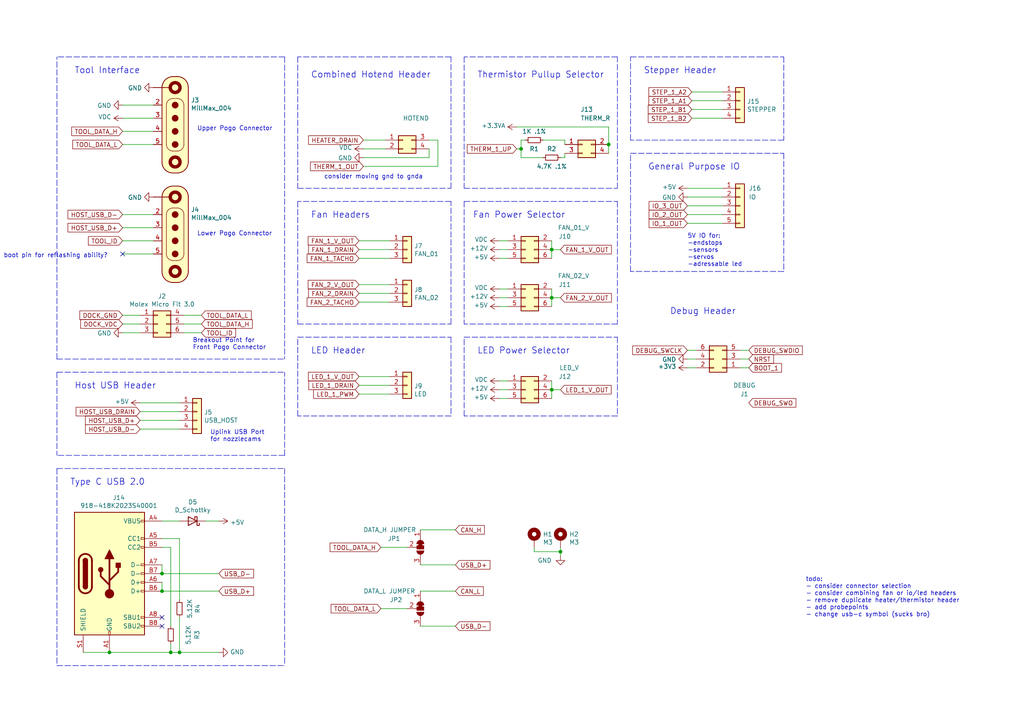
<source format=kicad_sch>
(kicad_sch (version 20231120) (generator "eeschema") (generator_version "8.0")
  (paper "A4")
  (title_block (title "Headers & Tool Interfacing") (date "2021-10-17") (rev "0.0") (company "VORTAC DESIGN") (comment 1 "!! wip untested revesion !!") (comment 2 "Designed to be used with Klipper Firmware") (comment 3 "Canbus Networked Smart Tool Board") (comment 4 "-- VORTAC PCB --"))
  (lib_symbols
    (symbol "Connector_Generic:Conn_01x03" (pin_names (offset 1.016) hide)
      (property "Reference" "J" (at 0 5.08 0))
      (property "Value" "Conn_01x03" (at 0 -5.08 0))
      (symbol "Conn_01x03_1_1"
        (rectangle (start -1.27 -2.413) (end 0 -2.667) (stroke (width 0.1524)))
        (rectangle (start -1.27 0.127) (end 0 -0.127) (stroke (width 0.1524)))
        (rectangle (start -1.27 2.667) (end 0 2.413) (stroke (width 0.1524)))
        (rectangle (start -1.27 3.81) (end 1.27 -3.81) (stroke (width 0.254)) (fill (type background)))
        (pin passive line (at -5.08 2.54 0) (length 3.81) (name "Pin_1") (number "1"))
        (pin passive line (at -5.08 0 0) (length 3.81) (name "Pin_2") (number "2"))
        (pin passive line (at -5.08 -2.54 0) (length 3.81) (name "Pin_3") (number "3"))
      )
    )
    (symbol "Connector_Generic:Conn_01x04" (pin_names (offset 1.016) hide)
      (property "Reference" "J" (at 0 5.08 0))
      (property "Value" "Conn_01x04" (at 0 -7.62 0))
      (symbol "Conn_01x04_1_1"
        (rectangle (start -1.27 -4.953) (end 0 -5.207) (stroke (width 0.1524)))
        (rectangle (start -1.27 -2.413) (end 0 -2.667) (stroke (width 0.1524)))
        (rectangle (start -1.27 0.127) (end 0 -0.127) (stroke (width 0.1524)))
        (rectangle (start -1.27 2.667) (end 0 2.413) (stroke (width 0.1524)))
        (rectangle (start -1.27 3.81) (end 1.27 -6.35) (stroke (width 0.254)) (fill (type background)))
        (pin passive line (at -5.08 2.54 0) (length 3.81) (name "Pin_1") (number "1"))
        (pin passive line (at -5.08 0 0) (length 3.81) (name "Pin_2") (number "2"))
        (pin passive line (at -5.08 -2.54 0) (length 3.81) (name "Pin_3") (number "3"))
        (pin passive line (at -5.08 -5.08 0) (length 3.81) (name "Pin_4") (number "4"))
      )
    )
    (symbol "Connector_Generic:Conn_01x05" (pin_names (offset 1.016) hide)
      (property "Reference" "J" (at 0 7.62 0))
      (property "Value" "Conn_01x05" (at 0 -7.62 0))
      (symbol "Conn_01x05_1_1"
        (rectangle (start -1.27 -4.953) (end 0 -5.207) (stroke (width 0.1524)))
        (rectangle (start -1.27 -2.413) (end 0 -2.667) (stroke (width 0.1524)))
        (rectangle (start -1.27 0.127) (end 0 -0.127) (stroke (width 0.1524)))
        (rectangle (start -1.27 2.667) (end 0 2.413) (stroke (width 0.1524)))
        (rectangle (start -1.27 5.207) (end 0 4.953) (stroke (width 0.1524)))
        (rectangle (start -1.27 6.35) (end 1.27 -6.35) (stroke (width 0.254)) (fill (type background)))
        (pin passive line (at -5.08 5.08 0) (length 3.81) (name "Pin_1") (number "1"))
        (pin passive line (at -5.08 2.54 0) (length 3.81) (name "Pin_2") (number "2"))
        (pin passive line (at -5.08 0 0) (length 3.81) (name "Pin_3") (number "3"))
        (pin passive line (at -5.08 -2.54 0) (length 3.81) (name "Pin_4") (number "4"))
        (pin passive line (at -5.08 -5.08 0) (length 3.81) (name "Pin_5") (number "5"))
      )
    )
    (symbol "Connector_Generic:Conn_02x02_Odd_Even" (pin_names (offset 1.016) hide)
      (property "Reference" "J" (at 1.27 2.54 0))
      (property "Value" "Conn_02x02_Odd_Even" (at 1.27 -5.08 0))
      (symbol "Conn_02x02_Odd_Even_1_1"
        (rectangle (start -1.27 -2.413) (end 0 -2.667) (stroke (width 0.1524)))
        (rectangle (start -1.27 0.127) (end 0 -0.127) (stroke (width 0.1524)))
        (rectangle (start -1.27 1.27) (end 3.81 -3.81) (stroke (width 0.254)) (fill (type background)))
        (rectangle (start 3.81 -2.413) (end 2.54 -2.667) (stroke (width 0.1524)))
        (rectangle (start 3.81 0.127) (end 2.54 -0.127) (stroke (width 0.1524)))
        (pin passive line (at -5.08 0 0) (length 3.81) (name "Pin_1") (number "1"))
        (pin passive line (at 7.62 0 180) (length 3.81) (name "Pin_2") (number "2"))
        (pin passive line (at -5.08 -2.54 0) (length 3.81) (name "Pin_3") (number "3"))
        (pin passive line (at 7.62 -2.54 180) (length 3.81) (name "Pin_4") (number "4"))
      )
    )
    (symbol "Connector_Generic:Conn_02x02_Top_Bottom" (pin_names (offset 1.016) hide)
      (property "Reference" "J" (at 1.27 2.54 0))
      (property "Value" "Conn_02x02_Top_Bottom" (at 1.27 -5.08 0))
      (symbol "Conn_02x02_Top_Bottom_1_1"
        (rectangle (start -1.27 -2.413) (end 0 -2.667) (stroke (width 0.1524)))
        (rectangle (start -1.27 0.127) (end 0 -0.127) (stroke (width 0.1524)))
        (rectangle (start -1.27 1.27) (end 3.81 -3.81) (stroke (width 0.254)) (fill (type background)))
        (rectangle (start 3.81 -2.413) (end 2.54 -2.667) (stroke (width 0.1524)))
        (rectangle (start 3.81 0.127) (end 2.54 -0.127) (stroke (width 0.1524)))
        (pin passive line (at -5.08 0 0) (length 3.81) (name "Pin_1") (number "1"))
        (pin passive line (at -5.08 -2.54 0) (length 3.81) (name "Pin_2") (number "2"))
        (pin passive line (at 7.62 0 180) (length 3.81) (name "Pin_3") (number "3"))
        (pin passive line (at 7.62 -2.54 180) (length 3.81) (name "Pin_4") (number "4"))
      )
    )
    (symbol "Connector_Generic:Conn_02x03_Odd_Even" (pin_names (offset 1.016) hide)
      (property "Reference" "J" (at 1.27 5.08 0))
      (property "Value" "Conn_02x03_Odd_Even" (at 1.27 -5.08 0))
      (symbol "Conn_02x03_Odd_Even_1_1"
        (rectangle (start -1.27 -2.413) (end 0 -2.667) (stroke (width 0.1524)))
        (rectangle (start -1.27 0.127) (end 0 -0.127) (stroke (width 0.1524)))
        (rectangle (start -1.27 2.667) (end 0 2.413) (stroke (width 0.1524)))
        (rectangle (start -1.27 3.81) (end 3.81 -3.81) (stroke (width 0.254)) (fill (type background)))
        (rectangle (start 3.81 -2.413) (end 2.54 -2.667) (stroke (width 0.1524)))
        (rectangle (start 3.81 0.127) (end 2.54 -0.127) (stroke (width 0.1524)))
        (rectangle (start 3.81 2.667) (end 2.54 2.413) (stroke (width 0.1524)))
        (pin passive line (at -5.08 2.54 0) (length 3.81) (name "Pin_1") (number "1"))
        (pin passive line (at 7.62 2.54 180) (length 3.81) (name "Pin_2") (number "2"))
        (pin passive line (at -5.08 0 0) (length 3.81) (name "Pin_3") (number "3"))
        (pin passive line (at 7.62 0 180) (length 3.81) (name "Pin_4") (number "4"))
        (pin passive line (at -5.08 -2.54 0) (length 3.81) (name "Pin_5") (number "5"))
        (pin passive line (at 7.62 -2.54 180) (length 3.81) (name "Pin_6") (number "6"))
      )
    )
    (symbol "Connector_Generic:Conn_02x03_Top_Bottom" (pin_names (offset 1.016) hide)
      (property "Reference" "J" (at 1.27 5.08 0))
      (property "Value" "Conn_02x03_Top_Bottom" (at 1.27 -5.08 0))
      (symbol "Conn_02x03_Top_Bottom_1_1"
        (rectangle (start -1.27 -2.413) (end 0 -2.667) (stroke (width 0.1524)))
        (rectangle (start -1.27 0.127) (end 0 -0.127) (stroke (width 0.1524)))
        (rectangle (start -1.27 2.667) (end 0 2.413) (stroke (width 0.1524)))
        (rectangle (start -1.27 3.81) (end 3.81 -3.81) (stroke (width 0.254)) (fill (type background)))
        (rectangle (start 3.81 -2.413) (end 2.54 -2.667) (stroke (width 0.1524)))
        (rectangle (start 3.81 0.127) (end 2.54 -0.127) (stroke (width 0.1524)))
        (rectangle (start 3.81 2.667) (end 2.54 2.413) (stroke (width 0.1524)))
        (pin passive line (at -5.08 2.54 0) (length 3.81) (name "Pin_1") (number "1"))
        (pin passive line (at -5.08 0 0) (length 3.81) (name "Pin_2") (number "2"))
        (pin passive line (at -5.08 -2.54 0) (length 3.81) (name "Pin_3") (number "3"))
        (pin passive line (at 7.62 2.54 180) (length 3.81) (name "Pin_4") (number "4"))
        (pin passive line (at 7.62 0 180) (length 3.81) (name "Pin_5") (number "5"))
        (pin passive line (at 7.62 -2.54 180) (length 3.81) (name "Pin_6") (number "6"))
      )
    )
    (symbol "Device:D_Schottky" (pin_numbers hide) (pin_names (offset 1.016) hide)
      (property "Reference" "D" (at 0 2.54 0))
      (property "Value" "D_Schottky" (at 0 -2.54 0))
      (symbol "D_Schottky_0_1"
        (polyline (pts (xy 1.27 0) (xy -1.27 0)))
        (polyline (pts (xy 1.27 1.27) (xy 1.27 -1.27) (xy -1.27 0) (xy 1.27 1.27)) (stroke (width 0.254)))
        (polyline (pts (xy -1.905 0.635) (xy -1.905 1.27) (xy -1.27 1.27) (xy -1.27 -1.27) (xy -0.635 -1.27) (xy -0.635 -0.635)) (stroke (width 0.254)))
      )
      (symbol "D_Schottky_1_1"
        (pin passive line (at -3.81 0 0) (length 2.54) (name "K") (number "1"))
        (pin passive line (at 3.81 0 180) (length 2.54) (name "A") (number "2"))
      )
    )
    (symbol "Device:R_Small" (pin_numbers hide) (pin_names (offset 0.254) hide)
      (property "Reference" "R" (at 0.762 0.508 0))
      (property "Value" "R_Small" (at 0.762 -1.016 0))
      (symbol "R_Small_0_1"
        (rectangle (start -0.762 1.778) (end 0.762 -1.778) (stroke (width 0.2032)))
      )
      (symbol "R_Small_1_1"
        (pin passive line (at 0 2.54 270) (length 0.762) (name "~") (number "1"))
        (pin passive line (at 0 -2.54 90) (length 0.762) (name "~") (number "2"))
      )
    )
    (symbol "Mechanical:MountingHole_Pad" (pin_numbers hide) (pin_names (offset 1.016) hide) (exclude_from_sim yes) (in_bom no)
      (property "Reference" "H" (at 0 6.35 0))
      (property "Value" "MountingHole_Pad" (at 0 4.445 0))
      (symbol "MountingHole_Pad_0_1"
        (circle (center 0 1.27) (radius 1.27) (stroke (width 1.27)))
      )
      (symbol "MountingHole_Pad_1_1"
        (pin input line (at 0 -2.54 90) (length 2.54) (name "1") (number "1"))
      )
    )
    (symbol "ToolChanger:MillMax_004" (pin_names (offset 1.016))
      (property "Reference" "J" (at 5.334 1.778 0))
      (property "Value" "MillMax_004" (at 5.334 -1.27 0))
      (symbol "MillMax_004_0_1"
        (polyline (pts (xy -3.81 -10.922) (xy -3.81 11.176) (xy -3.556 11.938) (xy -3.048 12.954) (xy -2.286 13.462) (xy -1.016 13.97) (xy 0.762 13.97) (xy 2.032 13.716) (xy 3.048 12.954) (xy 3.556 11.938) (xy 3.81 10.668) (xy 3.81 -10.922) (xy 3.556 -11.938) (xy 3.048 -12.954) (xy 2.286 -13.462) (xy 1.27 -13.97) (xy -0.762 -13.97) (xy -2.032 -13.716) (xy -2.794 -13.208) (xy -3.556 -12.192) (xy -3.81 -11.176) (xy -3.81 -10.668)) (stroke (width -0.9906)) (fill (type background)))
      )
      (symbol "MillMax_004_1_1"
        (rectangle (start -7.62 12.065) (end -6.985 26.035) (stroke (width -0.9906)))
        (arc (start -3.81 -10.795) (mid -2.8891 -13.0565) (end -0.635 -13.97) (stroke (width 0.254)))
        (arc (start -2.54 -5.715) (mid -1.982 -7.062) (end -0.635 -7.62))
        (arc (start -0.635 7.62) (mid -1.982 7.062) (end -2.54 5.715))
        (arc (start -0.635 13.97) (mid -2.871 13.0386) (end -3.81 10.795) (stroke (width 0.254)))
        (circle (center 0 -10.795) (radius 1.4224) (stroke (width 0.9906)))
        (circle (center 0 -5.715) (radius 0.889) (fill (type outline)))
        (circle (center 0 -1.905) (radius 0.889) (fill (type outline)))
        (polyline (pts (xy -3.81 -10.795) (xy -3.81 10.795)) (stroke (width 0.254)) (fill (type background)))
        (polyline (pts (xy -2.54 -5.715) (xy -2.54 5.715)))
        (polyline (pts (xy -0.635 7.62) (xy 0.635 7.62)))
        (polyline (pts (xy 0.635 -13.97) (xy -0.635 -13.97)) (stroke (width 0.254)))
        (polyline (pts (xy 0.635 -7.62) (xy -0.635 -7.62)))
        (polyline (pts (xy 0.635 13.97) (xy -0.635 13.97)) (stroke (width 0.254)))
        (polyline (pts (xy 2.54 5.715) (xy 2.54 -5.715)))
        (polyline (pts (xy 3.81 10.795) (xy 3.81 -10.795)) (stroke (width 0.254)))
        (circle (center 0 1.905) (radius 0.889) (fill (type outline)))
        (circle (center 0 5.715) (radius 0.889) (fill (type outline)))
        (circle (center 0 10.795) (radius 1.4224) (stroke (width 0.9906)))
        (arc (start 0.635 -13.97) (mid 2.871 -13.0386) (end 3.81 -10.795) (stroke (width 0.254)))
        (arc (start 0.635 -7.62) (mid 1.982 -7.062) (end 2.54 -5.715))
        (rectangle (start 0.635 10.16) (end -1.27 10.16) (stroke (width -0.9906)))
        (arc (start 2.54 5.715) (mid 1.982 7.062) (end 0.635 7.62))
        (arc (start 3.81 10.795) (mid 2.8891 13.0565) (end 0.635 13.97) (stroke (width 0.254)))
        (pin bidirectional line (at -6.35 10.795 0) (length 5.0038) (name "~") (number "1"))
        (pin bidirectional line (at -6.35 5.715 0) (length 2.54) (name "~") (number "2"))
        (pin bidirectional line (at -6.35 1.905 0) (length 2.54) (name "~") (number "3"))
        (pin bidirectional line (at -6.35 -1.905 0) (length 2.54) (name "~") (number "4"))
        (pin bidirectional line (at -6.35 -5.715 0) (length 2.54) (name "~") (number "5"))
      )
    )
    (symbol "VORTAC-rescue:+12V-power" (power) (pin_names (offset 0))
      (property "Value" "power_+12V" (at 0 3.556 0))
      (symbol "+12V-power_0_1"
        (polyline (pts (xy -0.762 1.27) (xy 0 2.54)))
        (polyline (pts (xy 0 0) (xy 0 2.54)))
        (polyline (pts (xy 0 2.54) (xy 0.762 1.27)))
      )
      (symbol "+12V-power_1_1"
        (pin power_in line (at 0 0 90) (length 0) hide (name "+12V") (number "1"))
      )
    )
    (symbol "VORTAC-rescue:+3.3V-power" (power) (pin_names (offset 0))
      (property "Value" "power_+3.3V" (at 0 3.556 0))
      (symbol "+3.3V-power_0_1"
        (polyline (pts (xy -0.762 1.27) (xy 0 2.54)))
        (polyline (pts (xy 0 0) (xy 0 2.54)))
        (polyline (pts (xy 0 2.54) (xy 0.762 1.27)))
      )
      (symbol "+3.3V-power_1_1"
        (pin power_in line (at 0 0 90) (length 0) hide (name "+3V3") (number "1"))
      )
    )
    (symbol "VORTAC-rescue:+3.3VA-power" (power) (pin_names (offset 0))
      (property "Value" "power_+3.3VA" (at 0 3.556 0))
      (symbol "+3.3VA-power_0_1"
        (polyline (pts (xy -0.762 1.27) (xy 0 2.54)))
        (polyline (pts (xy 0 0) (xy 0 2.54)))
        (polyline (pts (xy 0 2.54) (xy 0.762 1.27)))
      )
      (symbol "+3.3VA-power_1_1"
        (pin power_in line (at 0 0 90) (length 0) hide (name "+3.3VA") (number "1"))
      )
    )
    (symbol "VORTAC-rescue:+5V-power" (power) (pin_names (offset 0))
      (property "Value" "power_+5V" (at 0 3.556 0))
      (symbol "+5V-power_0_1"
        (polyline (pts (xy -0.762 1.27) (xy 0 2.54)))
        (polyline (pts (xy 0 0) (xy 0 2.54)))
        (polyline (pts (xy 0 2.54) (xy 0.762 1.27)))
      )
      (symbol "+5V-power_1_1"
        (pin power_in line (at 0 0 90) (length 0) hide (name "+5V") (number "1"))
      )
    )
    (symbol "VORTAC-rescue:GND-power" (power) (pin_names (offset 0))
      (property "Value" "power_GND" (at 0 -3.81 0))
      (symbol "GND-power_0_1"
        (polyline (pts (xy 0 0) (xy 0 -1.27) (xy 1.27 -1.27) (xy 0 -2.54) (xy -1.27 -1.27) (xy 0 -1.27)))
      )
      (symbol "GND-power_1_1"
        (pin power_in line (at 0 0 270) (length 0) hide (name "GND") (number "1"))
      )
    )
    (symbol "VORTAC-rescue:SolderJumper_3_Bridged12-Jumper" (pin_names (offset 0) hide)
      (property "Reference" "JP" (at -2.54 -2.54 0))
      (property "Value" "Jumper_SolderJumper_3_Bridged12" (at 0 2.794 0))
      (symbol "SolderJumper_3_Bridged12-Jumper_0_1"
        (rectangle (start -1.016 0.508) (end -0.508 -0.508) (fill (type outline)))
        (arc (start -1.016 1.016) (mid -2.032 0) (end -1.016 -1.016))
        (arc (start -1.016 1.016) (mid -2.032 0) (end -1.016 -1.016) (fill (type outline)))
        (rectangle (start -0.508 1.016) (end 0.508 -1.016) (fill (type outline)))
        (polyline (pts (xy -2.54 0) (xy -2.032 0)))
        (polyline (pts (xy -1.016 1.016) (xy -1.016 -1.016)))
        (polyline (pts (xy 0 -1.27) (xy 0 -1.016)))
        (polyline (pts (xy 1.016 1.016) (xy 1.016 -1.016)))
        (polyline (pts (xy 2.54 0) (xy 2.032 0)))
        (arc (start 1.016 -1.016) (mid 2.032 0) (end 1.016 1.016))
        (arc (start 1.016 -1.016) (mid 2.032 0) (end 1.016 1.016) (fill (type outline)))
      )
      (symbol "SolderJumper_3_Bridged12-Jumper_1_1"
        (pin passive line (at -5.08 0 0) (length 2.54) (name "A") (number "1"))
        (pin input line (at 0 -3.81 90) (length 2.54) (name "C") (number "2"))
        (pin passive line (at 5.08 0 180) (length 2.54) (name "B") (number "3"))
      )
    )
    (symbol "VORTAC-rescue:USB_C_Receptacle_USB2.0-Connector" (pin_names (offset 1.016))
      (property "Reference" "J" (at -10.16 19.05 0))
      (property "Value" "Connector_USB_C_Receptacle_USB2.0" (at 19.05 19.05 0))
      (symbol "USB_C_Receptacle_USB2.0-Connector_0_0"
        (rectangle (start -0.254 -17.78) (end 0.254 -16.764))
        (rectangle (start 10.16 -14.986) (end 9.144 -15.494))
        (rectangle (start 10.16 -12.446) (end 9.144 -12.954))
        (rectangle (start 10.16 -4.826) (end 9.144 -5.334))
        (rectangle (start 10.16 -2.286) (end 9.144 -2.794))
        (rectangle (start 10.16 0.254) (end 9.144 -0.254))
        (rectangle (start 10.16 2.794) (end 9.144 2.286))
        (rectangle (start 10.16 7.874) (end 9.144 7.366))
        (rectangle (start 10.16 10.414) (end 9.144 9.906))
        (rectangle (start 10.16 15.494) (end 9.144 14.986))
      )
      (symbol "USB_C_Receptacle_USB2.0-Connector_0_1"
        (rectangle (start -10.16 17.78) (end 10.16 -17.78) (stroke (width 0.254)) (fill (type background)))
        (arc (start -8.89 -3.81) (mid -6.985 -5.715) (end -5.08 -3.81) (stroke (width 0.508)))
        (arc (start -7.62 -3.81) (mid -6.985 -4.445) (end -6.35 -3.81) (stroke (width 0.254)))
        (arc (start -7.62 -3.81) (mid -6.985 -4.445) (end -6.35 -3.81) (stroke (width 0.254)) (fill (type outline)))
        (rectangle (start -7.62 -3.81) (end -6.35 3.81) (stroke (width 0.254)) (fill (type outline)))
        (arc (start -6.35 3.81) (mid -6.985 4.445) (end -7.62 3.81) (stroke (width 0.254)))
        (arc (start -6.35 3.81) (mid -6.985 4.445) (end -7.62 3.81) (stroke (width 0.254)) (fill (type outline)))
        (arc (start -5.08 3.81) (mid -6.985 5.715) (end -8.89 3.81) (stroke (width 0.508)))
        (circle (center -2.54 1.143) (radius 0.635) (stroke (width 0.254)) (fill (type outline)))
        (circle (center 0 -5.842) (radius 1.27) (fill (type outline)))
        (polyline (pts (xy -8.89 -3.81) (xy -8.89 3.81)) (stroke (width 0.508)))
        (polyline (pts (xy -5.08 3.81) (xy -5.08 -3.81)) (stroke (width 0.508)))
        (polyline (pts (xy 0 -5.842) (xy 0 4.318)) (stroke (width 0.508)))
        (polyline (pts (xy 0 -3.302) (xy -2.54 -0.762) (xy -2.54 0.508)) (stroke (width 0.508)))
        (polyline (pts (xy 0 -2.032) (xy 2.54 0.508) (xy 2.54 1.778)) (stroke (width 0.508)))
        (polyline (pts (xy -1.27 4.318) (xy 0 6.858) (xy 1.27 4.318) (xy -1.27 4.318)) (stroke (width 0.254)) (fill (type outline)))
        (rectangle (start 1.905 1.778) (end 3.175 3.048) (stroke (width 0.254)) (fill (type outline)))
      )
      (symbol "USB_C_Receptacle_USB2.0-Connector_1_1"
        (pin passive line (at 0 -22.86 90) (length 5.08) (name "GND") (number "A1"))
        (pin passive line (at 0 -22.86 90) (length 5.08) hide (name "GND") (number "A12"))
        (pin passive line (at 15.24 15.24 180) (length 5.08) (name "VBUS") (number "A4"))
        (pin bidirectional line (at 15.24 10.16 180) (length 5.08) (name "CC1") (number "A5"))
        (pin bidirectional line (at 15.24 -2.54 180) (length 5.08) (name "D+") (number "A6"))
        (pin bidirectional line (at 15.24 2.54 180) (length 5.08) (name "D-") (number "A7"))
        (pin bidirectional line (at 15.24 -12.7 180) (length 5.08) (name "SBU1") (number "A8"))
        (pin passive line (at 15.24 15.24 180) (length 5.08) hide (name "VBUS") (number "A9"))
        (pin passive line (at 0 -22.86 90) (length 5.08) hide (name "GND") (number "B1"))
        (pin passive line (at 0 -22.86 90) (length 5.08) hide (name "GND") (number "B12"))
        (pin passive line (at 15.24 15.24 180) (length 5.08) hide (name "VBUS") (number "B4"))
        (pin bidirectional line (at 15.24 7.62 180) (length 5.08) (name "CC2") (number "B5"))
        (pin bidirectional line (at 15.24 -5.08 180) (length 5.08) (name "D+") (number "B6"))
        (pin bidirectional line (at 15.24 0 180) (length 5.08) (name "D-") (number "B7"))
        (pin bidirectional line (at 15.24 -15.24 180) (length 5.08) (name "SBU2") (number "B8"))
        (pin passive line (at 15.24 15.24 180) (length 5.08) hide (name "VBUS") (number "B9"))
        (pin passive line (at -7.62 -22.86 90) (length 5.08) (name "SHIELD") (number "S1"))
      )
    )
    (symbol "VORTAC-rescue:VDC-power" (power) (pin_names (offset 0))
      (property "Value" "power_VDC" (at 0 6.35 0))
      (symbol "VDC-power_0_1"
        (polyline (pts (xy -0.762 1.27) (xy 0 2.54)))
        (polyline (pts (xy 0 0) (xy 0 2.54)))
        (polyline (pts (xy 0 2.54) (xy 0.762 1.27)))
      )
      (symbol "VDC-power_1_1"
        (pin power_in line (at 0 0 90) (length 0) hide (name "VDC") (number "1"))
      )
    )
  )
  (junction (at 31.75 189.23))
  (junction (at 151.13 43.18))
  (junction (at 176.53 41.91))
  (junction (at 49.53 189.23))
  (junction (at 52.07 189.23))
  (junction (at 46.99 166.37))
  (junction (at 162.56 160.02))
  (junction (at 160.02 86.36))
  (junction (at 46.99 171.45))
  (junction (at 160.02 113.03))
  (junction (at 160.02 72.39))
  (no_connect (at 46.99 179.07))
  (no_connect (at 35.56 73.66))
  (no_connect (at 46.99 181.61))
  (wire (pts (xy 53.34 91.44) (xy 58.42 91.44)))
  (polyline (pts (xy 179.07 93.98) (xy 134.62 93.98)) (stroke (width 0) (type dash)))
  (polyline (pts (xy 86.36 54.61) (xy 130.81 54.61)) (stroke (width 0) (type dash)))
  (polyline (pts (xy 227.33 40.64) (xy 182.88 40.64)) (stroke (width 0) (type dash)))
  (wire (pts (xy 160.02 88.9) (xy 160.02 86.36)))
  (wire (pts (xy 151.13 45.72) (xy 151.13 43.18)))
  (polyline (pts (xy 134.62 16.51) (xy 134.62 54.61)) (stroke (width 0) (type dash)))
  (wire (pts (xy 105.41 43.18) (xy 111.76 43.18)))
  (wire (pts (xy 209.55 34.29) (xy 200.66 34.29)))
  (wire (pts (xy 147.32 72.39) (xy 144.78 72.39)))
  (wire (pts (xy 46.99 156.21) (xy 52.07 156.21)))
  (wire (pts (xy 40.64 116.84) (xy 52.07 116.84)))
  (polyline (pts (xy 86.36 16.51) (xy 86.36 54.61)) (stroke (width 0) (type dash)))
  (wire (pts (xy 200.66 31.75) (xy 209.55 31.75)))
  (polyline (pts (xy 16.51 107.95) (xy 16.51 132.08)) (stroke (width 0) (type dash)))
  (wire (pts (xy 35.56 38.1) (xy 44.45 38.1)))
  (polyline (pts (xy 130.81 58.42) (xy 86.36 58.42)) (stroke (width 0) (type dash)))
  (wire (pts (xy 199.39 54.61) (xy 209.55 54.61)))
  (polyline (pts (xy 130.81 120.65) (xy 86.36 120.65)) (stroke (width 0) (type dash)))
  (wire (pts (xy 53.34 96.52) (xy 58.42 96.52)))
  (wire (pts (xy 121.92 153.67) (xy 132.08 153.67)))
  (polyline (pts (xy 16.51 104.14) (xy 16.51 16.51)) (stroke (width 0) (type dash)))
  (wire (pts (xy 121.92 163.83) (xy 132.08 163.83)))
  (wire (pts (xy 147.32 74.93) (xy 144.78 74.93)))
  (wire (pts (xy 147.32 113.03) (xy 144.78 113.03)))
  (polyline (pts (xy 130.81 93.98) (xy 130.81 58.42)) (stroke (width 0) (type dash)))
  (wire (pts (xy 35.56 93.98) (xy 40.64 93.98)))
  (wire (pts (xy 199.39 64.77) (xy 209.55 64.77)))
  (wire (pts (xy 105.41 45.72) (xy 124.46 45.72)))
  (wire (pts (xy 162.56 113.03) (xy 160.02 113.03)))
  (wire (pts (xy 49.53 158.75) (xy 49.53 181.61)))
  (wire (pts (xy 147.32 88.9) (xy 144.78 88.9)))
  (wire (pts (xy 176.53 36.83) (xy 149.86 36.83)))
  (polyline (pts (xy 227.33 16.51) (xy 227.33 40.64)) (stroke (width 0) (type dash)))
  (wire (pts (xy 160.02 72.39) (xy 162.56 72.39)))
  (wire (pts (xy 35.56 91.44) (xy 40.64 91.44)))
  (wire (pts (xy 160.02 110.49) (xy 160.02 113.03)))
  (wire (pts (xy 24.13 189.23) (xy 31.75 189.23)))
  (wire (pts (xy 35.56 62.23) (xy 44.45 62.23)))
  (polyline (pts (xy 134.62 54.61) (xy 179.07 54.61)) (stroke (width 0) (type dash)))
  (wire (pts (xy 176.53 44.45) (xy 176.53 41.91)))
  (polyline (pts (xy 227.33 44.45) (xy 227.33 78.74)) (stroke (width 0) (type dash)))
  (wire (pts (xy 147.32 86.36) (xy 144.78 86.36)))
  (polyline (pts (xy 82.55 16.51) (xy 82.55 104.14)) (stroke (width 0) (type dash)))
  (polyline (pts (xy 82.55 16.51) (xy 16.51 16.51)) (stroke (width 0) (type dash)))
  (wire (pts (xy 151.13 40.64) (xy 152.4 40.64)))
  (polyline (pts (xy 86.36 58.42) (xy 86.36 93.98)) (stroke (width 0) (type dash)))
  (wire (pts (xy 199.39 101.6) (xy 201.93 101.6)))
  (wire (pts (xy 40.64 121.92) (xy 52.07 121.92)))
  (wire (pts (xy 44.45 34.29) (xy 35.56 34.29)))
  (wire (pts (xy 199.39 57.15) (xy 209.55 57.15)))
  (polyline (pts (xy 227.33 78.74) (xy 182.88 78.74)) (stroke (width 0) (type dash)))
  (wire (pts (xy 147.32 110.49) (xy 144.78 110.49)))
  (wire (pts (xy 217.17 106.68) (xy 214.63 106.68)))
  (polyline (pts (xy 182.88 16.51) (xy 227.33 16.51)) (stroke (width 0) (type dash)))
  (wire (pts (xy 127 48.26) (xy 105.41 48.26)))
  (polyline (pts (xy 16.51 135.89) (xy 16.51 193.04)) (stroke (width 0) (type dash)))
  (wire (pts (xy 160.02 113.03) (xy 160.02 115.57)))
  (polyline (pts (xy 130.81 16.51) (xy 86.36 16.51)) (stroke (width 0) (type dash)))
  (wire (pts (xy 104.14 69.85) (xy 113.03 69.85)))
  (wire (pts (xy 160.02 83.82) (xy 160.02 86.36)))
  (wire (pts (xy 40.64 124.46) (xy 52.07 124.46)))
  (wire (pts (xy 104.14 87.63) (xy 113.03 87.63)))
  (wire (pts (xy 46.99 171.45) (xy 63.5 171.45)))
  (wire (pts (xy 214.63 101.6) (xy 217.17 101.6)))
  (wire (pts (xy 104.14 109.22) (xy 113.03 109.22)))
  (polyline (pts (xy 134.62 120.65) (xy 134.62 97.79)) (stroke (width 0) (type dash)))
  (polyline (pts (xy 179.07 54.61) (xy 179.07 16.51)) (stroke (width 0) (type dash)))
  (wire (pts (xy 104.14 114.3) (xy 113.03 114.3)))
  (polyline (pts (xy 134.62 58.42) (xy 134.62 93.98)) (stroke (width 0) (type dash)))
  (wire (pts (xy 201.93 104.14) (xy 199.39 104.14)))
  (wire (pts (xy 121.92 171.45) (xy 132.08 171.45)))
  (wire (pts (xy 154.94 158.75) (xy 154.94 160.02)))
  (wire (pts (xy 209.55 62.23) (xy 199.39 62.23)))
  (wire (pts (xy 49.53 186.69) (xy 49.53 189.23)))
  (wire (pts (xy 151.13 43.18) (xy 151.13 40.64)))
  (wire (pts (xy 110.49 176.53) (xy 118.11 176.53)))
  (wire (pts (xy 35.56 66.04) (xy 44.45 66.04)))
  (wire (pts (xy 209.55 29.21) (xy 200.66 29.21)))
  (polyline (pts (xy 130.81 97.79) (xy 130.81 120.65)) (stroke (width 0) (type dash)))
  (wire (pts (xy 35.56 41.91) (xy 44.45 41.91)))
  (polyline (pts (xy 179.07 16.51) (xy 134.62 16.51)) (stroke (width 0) (type dash)))
  (wire (pts (xy 163.83 40.64) (xy 157.48 40.64)))
  (wire (pts (xy 35.56 96.52) (xy 40.64 96.52)))
  (wire (pts (xy 160.02 69.85) (xy 160.02 72.39)))
  (wire (pts (xy 162.56 45.72) (xy 163.83 45.72)))
  (polyline (pts (xy 179.07 120.65) (xy 134.62 120.65)) (stroke (width 0) (type dash)))
  (polyline (pts (xy 86.36 97.79) (xy 130.81 97.79)) (stroke (width 0) (type dash)))
  (wire (pts (xy 46.99 151.13) (xy 52.07 151.13)))
  (wire (pts (xy 162.56 160.02) (xy 162.56 158.75)))
  (wire (pts (xy 124.46 45.72) (xy 124.46 43.18)))
  (wire (pts (xy 121.92 181.61) (xy 132.08 181.61)))
  (wire (pts (xy 35.56 73.66) (xy 44.45 73.66)))
  (wire (pts (xy 154.94 160.02) (xy 162.56 160.02)))
  (wire (pts (xy 49.53 189.23) (xy 52.07 189.23)))
  (polyline (pts (xy 82.55 135.89) (xy 82.55 193.04)) (stroke (width 0) (type dash)))
  (polyline (pts (xy 179.07 58.42) (xy 179.07 93.98)) (stroke (width 0) (type dash)))
  (wire (pts (xy 53.34 93.98) (xy 58.42 93.98)))
  (polyline (pts (xy 134.62 97.79) (xy 179.07 97.79)) (stroke (width 0) (type dash)))
  (wire (pts (xy 35.56 30.48) (xy 44.45 30.48)))
  (wire (pts (xy 199.39 59.69) (xy 209.55 59.69)))
  (wire (pts (xy 59.69 151.13) (xy 63.5 151.13)))
  (polyline (pts (xy 182.88 78.74) (xy 182.88 44.45)) (stroke (width 0) (type dash)))
  (polyline (pts (xy 16.51 193.04) (xy 82.55 193.04)) (stroke (width 0) (type dash)))
  (wire (pts (xy 104.14 82.55) (xy 113.03 82.55)))
  (polyline (pts (xy 86.36 93.98) (xy 130.81 93.98)) (stroke (width 0) (type dash)))
  (wire (pts (xy 31.75 189.23) (xy 49.53 189.23)))
  (polyline (pts (xy 16.51 107.95) (xy 82.55 107.95)) (stroke (width 0) (type dash)))
  (wire (pts (xy 163.83 45.72) (xy 163.83 44.45)))
  (polyline (pts (xy 130.81 54.61) (xy 130.81 16.51)) (stroke (width 0) (type dash)))
  (wire (pts (xy 104.14 74.93) (xy 113.03 74.93)))
  (wire (pts (xy 151.13 43.18) (xy 149.86 43.18)))
  (wire (pts (xy 200.66 26.67) (xy 209.55 26.67)))
  (wire (pts (xy 160.02 74.93) (xy 160.02 72.39)))
  (wire (pts (xy 176.53 41.91) (xy 176.53 36.83)))
  (wire (pts (xy 163.83 41.91) (xy 163.83 40.64)))
  (wire (pts (xy 127 40.64) (xy 127 48.26)))
  (wire (pts (xy 113.03 111.76) (xy 104.14 111.76)))
  (polyline (pts (xy 86.36 120.65) (xy 86.36 97.79)) (stroke (width 0) (type dash)))
  (polyline (pts (xy 182.88 44.45) (xy 227.33 44.45)) (stroke (width 0) (type dash)))
  (wire (pts (xy 52.07 189.23) (xy 52.07 179.07)))
  (polyline (pts (xy 134.62 58.42) (xy 179.07 58.42)) (stroke (width 0) (type dash)))
  (wire (pts (xy 162.56 160.02) (xy 162.56 161.29)))
  (wire (pts (xy 105.41 40.64) (xy 111.76 40.64)))
  (wire (pts (xy 52.07 173.99) (xy 52.07 156.21)))
  (wire (pts (xy 104.14 85.09) (xy 113.03 85.09)))
  (wire (pts (xy 214.63 104.14) (xy 217.17 104.14)))
  (wire (pts (xy 147.32 115.57) (xy 144.78 115.57)))
  (polyline (pts (xy 16.51 104.14) (xy 82.55 104.14)) (stroke (width 0) (type dash)))
  (polyline (pts (xy 82.55 132.08) (xy 16.51 132.08)) (stroke (width 0) (type dash)))
  (wire (pts (xy 46.99 158.75) (xy 49.53 158.75)))
  (polyline (pts (xy 182.88 40.64) (xy 182.88 16.51)) (stroke (width 0) (type dash)))
  (wire (pts (xy 124.46 40.64) (xy 127 40.64)))
  (wire (pts (xy 52.07 189.23) (xy 63.5 189.23)))
  (wire (pts (xy 35.56 69.85) (xy 44.45 69.85)))
  (wire (pts (xy 104.14 72.39) (xy 113.03 72.39)))
  (wire (pts (xy 46.99 168.91) (xy 46.99 171.45)))
  (polyline (pts (xy 16.51 135.89) (xy 82.55 135.89)) (stroke (width 0) (type dash)))
  (wire (pts (xy 40.64 119.38) (xy 52.07 119.38)))
  (wire (pts (xy 199.39 106.68) (xy 201.93 106.68)))
  (polyline (pts (xy 82.55 132.08) (xy 82.55 107.95)) (stroke (width 0) (type dash)))
  (wire (pts (xy 46.99 166.37) (xy 63.5 166.37)))
  (wire (pts (xy 157.48 45.72) (xy 151.13 45.72)))
  (wire (pts (xy 110.49 158.75) (xy 118.11 158.75)))
  (polyline (pts (xy 179.07 97.79) (xy 179.07 120.65)) (stroke (width 0) (type dash)))
  (wire (pts (xy 147.32 69.85) (xy 144.78 69.85)))
  (wire (pts (xy 147.32 83.82) (xy 144.78 83.82)))
  (wire (pts (xy 46.99 163.83) (xy 46.99 166.37)))
  (wire (pts (xy 162.56 86.36) (xy 160.02 86.36)))
  (text "Maybe add boot pin for reflashing ability?" (at -10.16 74.93 0) (effects (font (size 1.27 1.27)) (justify left bottom)))
  (text "todo:\n- consider connector selection\n- consider combining fan or io/led headers\n- remove duplicate heater/thermistor header\n- add probepoints\n- change usb-c symbol (sucks bro)" (at 233.68 179.07 0) (effects (font (size 1.27 1.27)) (justify left bottom)))
  (text "General Purpose IO" (at 187.96 49.53 0) (effects (font (size 1.8034 1.8034)) (justify left bottom)))
  (text "Thermistor Pullup Selector" (at 138.43 22.86 0) (effects (font (size 1.8034 1.8034)) (justify left bottom)))
  (text "LED Header" (at 90.17 102.87 0) (effects (font (size 1.8034 1.8034)) (justify left bottom)))
  (text "Breakout Point for\nFront Pogo Connector" (at 55.88 101.6 0) (effects (font (size 1.27 1.27)) (justify left bottom)))
  (text "Tool Interface" (at 21.59 21.59 0) (effects (font (size 1.8034 1.8034)) (justify left bottom)))
  (text "Stepper Header" (at 186.69 21.59 0) (effects (font (size 1.8034 1.8034)) (justify left bottom)))
  (text "Combined Hotend Header" (at 90.17 22.86 0) (effects (font (size 1.8034 1.8034)) (justify left bottom)))
  (text "LED Power Selector" (at 138.43 102.87 0) (effects (font (size 1.8034 1.8034)) (justify left bottom)))
  (text "Host USB Header" (at 21.59 113.03 0) (effects (font (size 1.8034 1.8034)) (justify left bottom)))
  (text "Upper Pogo Connector" (at 57.15 38.1 0) (effects (font (size 1.27 1.27)) (justify left bottom)))
  (text "Uplink USB Port \nfor nozzlecams" (at 60.96 128.27 0) (effects (font (size 1.27 1.27)) (justify left bottom)))
  (text "consider moving gnd to gnda" (at 93.98 52.07 0) (effects (font (size 1.27 1.27)) (justify left bottom)))
  (text "5V IO for:\n-endstops\n-sensors\n-servos\n-adressable led" (at 199.39 77.47 0) (effects (font (size 1.27 1.27)) (justify left bottom)))
  (text "Fan Power Selector" (at 137.16 63.5 0) (effects (font (size 1.8034 1.8034)) (justify left bottom)))
  (text "Lower Pogo Connector" (at 57.15 68.58 0) (effects (font (size 1.27 1.27)) (justify left bottom)))
  (text "Fan Headers" (at 90.17 63.5 0) (effects (font (size 1.8034 1.8034)) (justify left bottom)))
  (text "Debug Header" (at 194.31 91.44 0) (effects (font (size 1.8034 1.8034)) (justify left bottom)))
  (text "Type C USB 2.0" (at 20.32 140.97 0) (effects (font (size 1.8034 1.8034)) (justify left bottom)))
  (global_label "HOST_USB_D+" (shape input) (at 35.56 66.04 180) (property "Intersheetrefs" "${INTERSHEET_REFS}" (effects (hide yes))))
  (global_label "FAN_1_V_OUT" (shape input) (at 104.14 69.85 180) (property "Intersheetrefs" "${INTERSHEET_REFS}" (effects (hide yes))))
  (global_label "FAN_1_V_OUT" (shape input) (at 162.56 72.39 0) (property "Intersheetrefs" "${INTERSHEET_REFS}" (effects (hide yes))))
  (global_label "FAN_2_TACHO" (shape input) (at 104.14 87.63 180) (property "Intersheetrefs" "${INTERSHEET_REFS}" (effects (hide yes))))
  (global_label "DOCK_VDC" (shape input) (at 35.56 93.98 180) (property "Intersheetrefs" "${INTERSHEET_REFS}" (effects (hide yes))))
  (global_label "TOOL_DATA_H" (shape input) (at 58.42 93.98 0) (property "Intersheetrefs" "${INTERSHEET_REFS}" (effects (hide yes))))
  (global_label "STEP_1_A1" (shape input) (at 200.66 29.21 180) (property "Intersheetrefs" "${INTERSHEET_REFS}" (effects (hide yes))))
  (global_label "STEP_1_A2" (shape input) (at 200.66 26.67 180) (property "Intersheetrefs" "${INTERSHEET_REFS}" (effects (hide yes))))
  (global_label "TOOL_DATA_L" (shape input) (at 35.56 41.91 180) (property "Intersheetrefs" "${INTERSHEET_REFS}" (effects (hide yes))))
  (global_label "THERM_1_UP" (shape input) (at 149.86 43.18 180) (property "Intersheetrefs" "${INTERSHEET_REFS}" (effects (hide yes))))
  (global_label "FAN_2_V_OUT" (shape input) (at 104.14 82.55 180) (property "Intersheetrefs" "${INTERSHEET_REFS}" (effects (hide yes))))
  (global_label "LED_1_V_OUT" (shape input) (at 104.14 109.22 180) (property "Intersheetrefs" "${INTERSHEET_REFS}" (effects (hide yes))))
  (global_label "TOOL_ID" (shape input) (at 58.42 96.52 0) (property "Intersheetrefs" "${INTERSHEET_REFS}" (effects (hide yes))))
  (global_label "FAN_1_DRAIN" (shape input) (at 104.14 72.39 180) (property "Intersheetrefs" "${INTERSHEET_REFS}" (effects (hide yes))))
  (global_label "CAN_H" (shape input) (at 132.08 153.67 0) (property "Intersheetrefs" "${INTERSHEET_REFS}" (effects (hide yes))))
  (global_label "IO_1_OUT" (shape input) (at 199.39 64.77 180) (property "Intersheetrefs" "${INTERSHEET_REFS}" (effects (hide yes))))
  (global_label "STEP_1_B1" (shape input) (at 200.66 31.75 180) (property "Intersheetrefs" "${INTERSHEET_REFS}" (effects (hide yes))))
  (global_label "BOOT_1" (shape input) (at 217.17 106.68 0) (property "Intersheetrefs" "${INTERSHEET_REFS}" (effects (hide yes))))
  (global_label "USB_D-" (shape input) (at 132.08 181.61 0) (property "Intersheetrefs" "${INTERSHEET_REFS}" (effects (hide yes))))
  (global_label "DOCK_GND" (shape input) (at 35.56 91.44 180) (property "Intersheetrefs" "${INTERSHEET_REFS}" (effects (hide yes))))
  (global_label "CAN_L" (shape input) (at 132.08 171.45 0) (property "Intersheetrefs" "${INTERSHEET_REFS}" (effects (hide yes))))
  (global_label "FAN_1_TACHO" (shape input) (at 104.14 74.93 180) (property "Intersheetrefs" "${INTERSHEET_REFS}" (effects (hide yes))))
  (global_label "LED_1_DRAIN" (shape input) (at 104.14 111.76 180) (property "Intersheetrefs" "${INTERSHEET_REFS}" (effects (hide yes))))
  (global_label "DEBUG_SWDIO" (shape input) (at 217.17 101.6 0) (property "Intersheetrefs" "${INTERSHEET_REFS}" (effects (hide yes))))
  (global_label "HOST_USB_D-" (shape input) (at 40.64 124.46 180) (property "Intersheetrefs" "${INTERSHEET_REFS}" (effects (hide yes))))
  (global_label "USB_D-" (shape input) (at 63.5 166.37 0) (property "Intersheetrefs" "${INTERSHEET_REFS}" (effects (hide yes))))
  (global_label "USB_D+" (shape input) (at 63.5 171.45 0) (property "Intersheetrefs" "${INTERSHEET_REFS}" (effects (hide yes))))
  (global_label "HEATER_DRAIN" (shape input) (at 105.41 40.64 180) (property "Intersheetrefs" "${INTERSHEET_REFS}" (effects (hide yes))))
  (global_label "LED_1_PWM" (shape input) (at 104.14 114.3 180) (property "Intersheetrefs" "${INTERSHEET_REFS}" (effects (hide yes))))
  (global_label "TOOL_DATA_H" (shape input) (at 110.49 158.75 180) (property "Intersheetrefs" "${INTERSHEET_REFS}" (effects (hide yes))))
  (global_label "FAN_2_DRAIN" (shape input) (at 104.14 85.09 180) (property "Intersheetrefs" "${INTERSHEET_REFS}" (effects (hide yes))))
  (global_label "TOOL_DATA_L" (shape input) (at 110.49 176.53 180) (property "Intersheetrefs" "${INTERSHEET_REFS}" (effects (hide yes))))
  (global_label "HOST_USB_DRAIN" (shape input) (at 40.64 119.38 180) (property "Intersheetrefs" "${INTERSHEET_REFS}" (effects (hide yes))))
  (global_label "STEP_1_B2" (shape input) (at 200.66 34.29 180) (property "Intersheetrefs" "${INTERSHEET_REFS}" (effects (hide yes))))
  (global_label "IO_2_OUT" (shape input) (at 199.39 62.23 180) (property "Intersheetrefs" "${INTERSHEET_REFS}" (effects (hide yes))))
  (global_label "LED_1_V_OUT" (shape input) (at 162.56 113.03 0) (property "Intersheetrefs" "${INTERSHEET_REFS}" (effects (hide yes))))
  (global_label "TOOL_DATA_L" (shape input) (at 58.42 91.44 0) (property "Intersheetrefs" "${INTERSHEET_REFS}" (effects (hide yes))))
  (global_label "IO_3_OUT" (shape input) (at 199.39 59.69 180) (property "Intersheetrefs" "${INTERSHEET_REFS}" (effects (hide yes))))
  (global_label "TOOL_DATA_H" (shape input) (at 35.56 38.1 180) (property "Intersheetrefs" "${INTERSHEET_REFS}" (effects (hide yes))))
  (global_label "NRST" (shape input) (at 217.17 104.14 0) (property "Intersheetrefs" "${INTERSHEET_REFS}" (effects (hide yes))))
  (global_label "DEBUG_SWO" (shape input) (at 217.17 116.84 0) (property "Intersheetrefs" "${INTERSHEET_REFS}" (effects (hide yes))))
  (global_label "HOST_USB_D-" (shape input) (at 35.56 62.23 180) (property "Intersheetrefs" "${INTERSHEET_REFS}" (effects (hide yes))))
  (global_label "DEBUG_SWCLK" (shape input) (at 199.39 101.6 180) (property "Intersheetrefs" "${INTERSHEET_REFS}" (effects (hide yes))))
  (global_label "THERM_1_OUT" (shape input) (at 105.41 48.26 180) (property "Intersheetrefs" "${INTERSHEET_REFS}" (effects (hide yes))))
  (global_label "USB_D+" (shape input) (at 132.08 163.83 0) (property "Intersheetrefs" "${INTERSHEET_REFS}" (effects (hide yes))))
  (global_label "FAN_2_V_OUT" (shape input) (at 162.56 86.36 0) (property "Intersheetrefs" "${INTERSHEET_REFS}" (effects (hide yes))))
  (global_label "TOOL_ID" (shape input) (at 35.56 69.85 180) (property "Intersheetrefs" "${INTERSHEET_REFS}" (effects (hide yes))))
  (global_label "HOST_USB_D+" (shape input) (at 40.64 121.92 180) (property "Intersheetrefs" "${INTERSHEET_REFS}" (effects (hide yes))))
  (symbol (lib_id "Connector_Generic:Conn_01x03") (at 118.11 72.39 0) (unit 1)
    (property "Reference" "J7" (at 120.142 71.3232 0) (effects (justify left)))
    (property "Value" "FAN_01" (at 120.142 73.6346 0) (effects (justify left)))
    (property "Footprint" "Connector_JST:JST_PH_B3B-PH-K_1x03_P2.00mm_Vertical" (effects (hide yes)))
    (property "Datasheet" "https://www.lcsc.com/product-detail/Wire-To-Board-Wire-To-Wire-Connector_JST-Sales-America-B3B-XH-A-LF-SN_C144394.html" (effects (hide yes)))
    (property "LCSC" "C144394" (effects (hide yes)))
  )
  (symbol (lib_id "Connector_Generic:Conn_01x03") (at 118.11 85.09 0) (unit 1)
    (property "Reference" "J8" (at 120.142 84.0232 0) (effects (justify left)))
    (property "Value" "FAN_02" (at 120.142 86.3346 0) (effects (justify left)))
    (property "Footprint" "Connector_JST:JST_PH_B3B-PH-K_1x03_P2.00mm_Vertical" (effects (hide yes)))
    (property "Datasheet" "https://www.lcsc.com/product-detail/Wire-To-Board-Wire-To-Wire-Connector_JST-Sales-America-B3B-XH-A-LF-SN_C144394.html" (effects (hide yes)))
    (property "LCSC" "C144394" (effects (hide yes)))
  )
  (symbol (lib_id "Connector_Generic:Conn_01x04") (at 214.63 29.21 0) (unit 1)
    (property "Reference" "J15" (at 216.662 29.4132 0) (effects (justify left)))
    (property "Value" "STEPPER" (at 216.662 31.7246 0) (effects (justify left)))
    (property "Footprint" "ToolChanger:JST_PH_S4B-PH-K_1x04_P2.00mm_Horizontal" (effects (hide yes)))
    (property "Datasheet" "https://www.lcsc.com/product-detail/Wire-To-Board-Wire-To-Wire-Connector_JST-Sales-America-B4B-XH-A-LF-SN_C144395.html" (effects (hide yes)))
    (property "LCSC" "C144395" (effects (hide yes)))
  )
  (symbol (lib_id "VORTAC-rescue:USB_C_Receptacle_USB2.0-Connector") (at 31.75 166.37 0) (unit 1)
    (property "Reference" "J14" (at 34.4678 144.3482 0))
    (property "Value" "918-418K2023S40001" (at 34.4678 146.6596 0))
    (property "Footprint" "ToolChanger:USB_C_Receptacle_XKB_U262-16XN-4BVC11" (effects (hide yes)))
    (property "Datasheet" "https://datasheet.lcsc.com/lcsc/2103051833_Jing-Extension-of-the-Electronic-Co.-918-418K2023S40001_C167321.pdf" (effects (hide yes)))
    (property "LCSC" "C167321" (effects (hide yes)))
  )
  (symbol (lib_id "Device:R_Small") (at 49.53 184.15 180) (unit 1)
    (property "Reference" "R3" (at 57.15 184.15 90))
    (property "Value" "5.12K" (at 54.61 184.15 90))
    (property "Footprint" "Resistor_SMD:R_0402_1005Metric" (effects (hide yes)))
  )
  (symbol (lib_id "VORTAC-rescue:GND-power") (at 63.5 189.23 90) (unit 1)
    (property "Reference" "#PWR09" (effects (hide yes)))
    (property "Value" "GND" (at 66.7512 189.103 90) (effects (justify right)))
  )
  (symbol (lib_id "Device:R_Small") (at 52.07 176.53 180) (unit 1)
    (property "Reference" "R4" (at 57.3278 176.53 90))
    (property "Value" "5.12K" (at 55.0164 176.53 90))
    (property "Footprint" "Resistor_SMD:R_0402_1005Metric" (effects (hide yes)))
  )
  (symbol (lib_id "ToolChanger:MillMax_004") (at 50.8 36.195 0) (unit 1)
    (property "Reference" "J3" (at 55.372 29.0576 0) (effects (justify left)))
    (property "Value" "MillMax_004" (at 55.372 31.369 0) (effects (justify left)))
    (property "Footprint" "ToolChanger:MillMax-858-10-004-10-012000" (effects (hide yes)))
    (property "Datasheet" "https://www.mouser.de/datasheet/2/273/MMMC_S_A0006083300_1-2558511.pdf" (effects (hide yes)))
    (property "Mouser" "575-8582200480012101" (effects (hide yes)))
  )
  (symbol (lib_id "ToolChanger:MillMax_004") (at 50.8 67.945 0) (unit 1)
    (property "Reference" "J4" (at 55.372 60.8076 0) (effects (justify left)))
    (property "Value" "MillMax_004" (at 55.372 63.119 0) (effects (justify left)))
    (property "Footprint" "ToolChanger:MillMax-858-10-004-10-012000" (effects (hide yes)))
    (property "Datasheet" "https://www.mouser.de/datasheet/2/273/MMMC_S_A0006083300_1-2558511.pdf" (effects (hide yes)))
    (property "Mouser" "575-8582200480012101" (effects (hide yes)))
  )
  (symbol (lib_id "VORTAC-rescue:GND-power") (at 44.45 25.4 270) (unit 1)
    (property "Reference" "#PWR02" (effects (hide yes)))
    (property "Value" "GND" (at 41.1988 25.527 90) (effects (justify right)))
  )
  (symbol (lib_id "VORTAC-rescue:GND-power") (at 44.45 57.15 270) (unit 1)
    (property "Reference" "#PWR04" (effects (hide yes)))
    (property "Value" "GND" (at 41.1988 57.277 90) (effects (justify right)))
  )
  (symbol (lib_id "VORTAC-rescue:GND-power") (at 35.56 30.48 270) (unit 1)
    (property "Reference" "#PWR01" (effects (hide yes)))
    (property "Value" "GND" (at 32.3088 30.607 90) (effects (justify right)))
  )
  (symbol (lib_id "Connector_Generic:Conn_01x04") (at 57.15 119.38 0) (unit 1)
    (property "Reference" "J5" (at 59.182 119.5832 0) (effects (justify left)))
    (property "Value" "USB_HOST" (at 59.182 121.8946 0) (effects (justify left)))
    (property "Footprint" "Connector_JST:JST_PH_B4B-PH-K_1x04_P2.00mm_Vertical" (effects (hide yes)))
    (property "Datasheet" "https://www.lcsc.com/product-detail/Wire-To-Board-Wire-To-Wire-Connector_JST-Sales-America-B4B-XH-A-LF-SN_C144395.html" (effects (hide yes)))
    (property "LCSC" "C144395" (effects (hide yes)))
    (property "note" "Connector_JST:JST_EH_B4B-EH-A_1x04_P2.50mm_Vertical" (effects (hide yes)))
  )
  (symbol (lib_id "Connector_Generic:Conn_01x05") (at 214.63 59.69 0) (unit 1)
    (property "Reference" "J16" (at 217.17 54.61 0) (effects (justify left)))
    (property "Value" "IO" (at 217.17 57.15 0) (effects (justify left)))
    (property "Footprint" "Connector_JST:JST_PH_B5B-PH-K_1x05_P2.00mm_Vertical" (effects (hide yes)))
    (property "Datasheet" "https://www.lcsc.com/product-detail/Wire-To-Board-Wire-To-Wire-Connector_JST-Sales-America-B5B-XH-A-LF-SN_C157991.html" (effects (hide yes)))
    (property "LCSC" "C157991" (effects (hide yes)))
  )
  (symbol (lib_id "VORTAC-rescue:GND-power") (at 199.39 57.15 270) (unit 1)
    (property "Reference" "#PWR08" (effects (hide yes)))
    (property "Value" "GND" (at 196.1388 57.277 90) (effects (justify right)))
  )
  (symbol (lib_id "Connector_Generic:Conn_01x03") (at 118.11 111.76 0) (unit 1)
    (property "Reference" "J9" (at 120.142 111.9632 0) (effects (justify left)))
    (property "Value" "LED" (at 120.142 114.2746 0) (effects (justify left)))
    (property "Footprint" "Connector_JST:JST_PH_B3B-PH-K_1x03_P2.00mm_Vertical" (effects (hide yes)))
    (property "Datasheet" "https://www.lcsc.com/product-detail/Wire-To-Board-Wire-To-Wire-Connector_JST-Sales-America-B2B-XH-A-LF-SN_C158012.html" (effects (hide yes)))
    (property "LCSC" "C158012" (effects (hide yes)))
  )
  (symbol (lib_id "Connector_Generic:Conn_02x02_Top_Bottom") (at 116.84 40.64 0) (unit 1)
    (property "Reference" "J6" (effects (hide yes)))
    (property "Value" "HOTEND" (at 116.84 34.29 0) (effects (justify left)))
    (property "Footprint" "ToolChanger:Molex_Micro-Fit_3.0_43045-0412_2x02_P3.00mm_Vertical" (effects (hide yes)))
  )
  (symbol (lib_id "VORTAC-rescue:GND-power") (at 105.41 45.72 270) (unit 1)
    (property "Reference" "#PWR06" (effects (hide yes)))
    (property "Value" "GND" (at 102.1588 45.847 90) (effects (justify right)))
  )
  (symbol (lib_id "Device:R_Small") (at 154.94 40.64 270) (unit 1)
    (property "Reference" "R1" (at 154.94 43.18 90))
    (property "Value" "1K .1%" (at 154.94 38.1 90))
    (property "Footprint" "Resistor_SMD:R_0402_1005Metric" (effects (hide yes)))
  )
  (symbol (lib_id "Mechanical:MountingHole_Pad") (at 162.56 156.21 0) (unit 1)
    (property "Reference" "H2" (at 165.1 154.9654 0) (effects (justify left)))
    (property "Value" "M3" (at 165.1 157.2768 0) (effects (justify left)))
    (property "Footprint" "MountingHole:MountingHole_3mm_Pad_Via" (effects (hide yes)))
  )
  (symbol (lib_id "VORTAC-rescue:GND-power") (at 162.56 161.29 0) (unit 1)
    (property "Reference" "#PWR07" (effects (hide yes)))
    (property "Value" "GND" (at 160.02 162.56 0) (effects (justify right)))
  )
  (symbol (lib_id "Device:R_Small") (at 160.02 45.72 270) (unit 1)
    (property "Reference" "R2" (at 160.02 43.18 90))
    (property "Value" "4.7K .1%" (at 160.02 48.26 90))
    (property "Footprint" "Resistor_SMD:R_0402_1005Metric" (effects (hide yes)))
  )
  (symbol (lib_id "Device:D_Schottky") (at 55.88 151.13 180) (unit 1)
    (property "Reference" "D5" (at 55.88 145.6182 0))
    (property "Value" "D_Schottky" (at 55.88 147.9296 0))
    (property "Footprint" "Diode_SMD:D_SOD-123" (effects (hide yes)))
    (property "Datasheet" "https://www.lcsc.com/product-detail/Schottky-Barrier-Diodes-SBD_MDD-Microdiode-Electronics-DSK14_C37049.html" (effects (hide yes)))
    (property "LCSC" "C37049" (effects (hide yes)))
  )
  (symbol (lib_id "VORTAC-rescue:SolderJumper_3_Bridged12-Jumper") (at 121.92 176.53 270) (unit 1)
    (property "Reference" "JP2" (at 113.03 173.99 90) (effects (justify left)))
    (property "Value" "DATA_L JUMPER" (at 105.41 171.45 90) (effects (justify left)))
    (property "Footprint" "Jumper:SolderJumper-3_P1.3mm_Bridged12_Pad1.0x1.5mm" (effects (hide yes)))
  )
  (symbol (lib_id "VORTAC-rescue:SolderJumper_3_Bridged12-Jumper") (at 121.92 158.75 270) (unit 1)
    (property "Reference" "JP1" (at 114.3 156.21 90))
    (property "Value" "DATA_H JUMPER" (at 113.03 153.67 90))
    (property "Footprint" "Jumper:SolderJumper-3_P1.3mm_Bridged12_Pad1.0x1.5mm" (effects (hide yes)))
  )
  (symbol (lib_id "Connector_Generic:Conn_02x03_Odd_Even") (at 209.55 104.14 180) (unit 1)
    (property "Reference" "J1" (at 215.9 114.3 0))
    (property "Value" "DEBUG" (at 215.9 111.76 0))
    (property "Footprint" "ToolChanger:PinHeader_2x03_P1.27mm_Vertical" (effects (hide yes)))
  )
  (symbol (lib_id "Connector_Generic:Conn_02x03_Top_Bottom") (at 45.72 93.98 0) (unit 1)
    (property "Reference" "J2" (at 46.99 85.9282 0))
    (property "Value" "Molex Micro Fit 3.0" (at 46.99 88.2396 0))
    (property "Footprint" "ToolChanger:Molex_Micro-Fit_3.0_43045-0612_2x03_P3.00mm_Vertical" (effects (hide yes)))
  )
  (symbol (lib_id "Connector_Generic:Conn_02x03_Odd_Even") (at 152.4 72.39 0) (unit 1)
    (property "Reference" "J10" (at 163.83 68.58 0))
    (property "Value" "FAN_01_V" (at 166.37 66.04 0))
    (property "Footprint" "ToolChanger:PinHeader_2x03_P1.27mm_Vertical" (effects (hide yes)))
  )
  (symbol (lib_id "Connector_Generic:Conn_02x03_Odd_Even") (at 152.4 86.36 0) (unit 1)
    (property "Reference" "J11" (at 163.83 82.55 0))
    (property "Value" "FAN_02_V" (at 166.37 80.01 0))
    (property "Footprint" "ToolChanger:PinHeader_2x03_P1.27mm_Vertical" (effects (hide yes)))
  )
  (symbol (lib_id "Connector_Generic:Conn_02x03_Odd_Even") (at 152.4 113.03 0) (unit 1)
    (property "Reference" "J12" (at 163.83 109.22 0))
    (property "Value" "LED_V" (at 165.1 106.68 0))
    (property "Footprint" "ToolChanger:PinHeader_2x03_P1.27mm_Vertical" (effects (hide yes)))
  )
  (symbol (lib_id "Connector_Generic:Conn_02x02_Odd_Even") (at 168.91 41.91 0) (unit 1)
    (property "Reference" "J13" (at 170.18 31.75 0))
    (property "Value" "THERM_R" (at 172.72 34.29 0))
    (property "Footprint" "ToolChanger:PinHeader_2x02_P1.27mm_Vertical" (effects (hide yes)))
  )
  (symbol (lib_id "VORTAC-rescue:GND-power") (at 35.56 96.52 270) (unit 1)
    (property "Reference" "#PWR0120" (effects (hide yes)))
    (property "Value" "GND" (at 32.3088 96.647 90) (effects (justify right)))
  )
  (symbol (lib_id "Mechanical:MountingHole_Pad") (at 154.94 156.21 0) (unit 1)
    (property "Reference" "H1" (at 157.48 154.9654 0) (effects (justify left)))
    (property "Value" "M3" (at 157.48 157.2768 0) (effects (justify left)))
    (property "Footprint" "MountingHole:MountingHole_3mm_Pad_Via" (effects (hide yes)))
  )
  (symbol (lib_id "VORTAC-rescue:VDC-power") (at 144.78 69.85 90) (unit 1)
    (property "Reference" "#PWR0125" (effects (hide yes)))
    (property "Value" "VDC" (at 141.5288 69.469 90) (effects (justify left)))
  )
  (symbol (lib_id "VORTAC-rescue:+12V-power") (at 144.78 72.39 90) (unit 1)
    (property "Reference" "#PWR0126" (effects (hide yes)))
    (property "Value" "+12V" (at 141.5288 72.009 90) (effects (justify left)))
  )
  (symbol (lib_id "VORTAC-rescue:+5V-power") (at 144.78 74.93 90) (unit 1)
    (property "Reference" "#PWR0127" (effects (hide yes)))
    (property "Value" "+5V" (at 141.5288 74.549 90) (effects (justify left)))
  )
  (symbol (lib_id "VORTAC-rescue:VDC-power") (at 144.78 83.82 90) (unit 1)
    (property "Reference" "#PWR0128" (effects (hide yes)))
    (property "Value" "VDC" (at 141.5288 83.439 90) (effects (justify left)))
  )
  (symbol (lib_id "VORTAC-rescue:+12V-power") (at 144.78 86.36 90) (unit 1)
    (property "Reference" "#PWR0129" (effects (hide yes)))
    (property "Value" "+12V" (at 141.5288 85.979 90) (effects (justify left)))
  )
  (symbol (lib_id "VORTAC-rescue:+5V-power") (at 144.78 88.9 90) (unit 1)
    (property "Reference" "#PWR0130" (effects (hide yes)))
    (property "Value" "+5V" (at 141.5288 88.519 90) (effects (justify left)))
  )
  (symbol (lib_id "VORTAC-rescue:VDC-power") (at 144.78 110.49 90) (unit 1)
    (property "Reference" "#PWR0131" (effects (hide yes)))
    (property "Value" "VDC" (at 141.5288 110.109 90) (effects (justify left)))
  )
  (symbol (lib_id "VORTAC-rescue:+12V-power") (at 144.78 113.03 90) (unit 1)
    (property "Reference" "#PWR0132" (effects (hide yes)))
    (property "Value" "+12V" (at 141.5288 112.649 90) (effects (justify left)))
  )
  (symbol (lib_id "VORTAC-rescue:+5V-power") (at 144.78 115.57 90) (unit 1)
    (property "Reference" "#PWR0133" (effects (hide yes)))
    (property "Value" "+5V" (at 141.5288 115.189 90) (effects (justify left)))
  )
  (symbol (lib_id "VORTAC-rescue:+3.3VA-power") (at 149.86 36.83 90) (unit 1)
    (property "Reference" "#PWR0134" (effects (hide yes)))
    (property "Value" "+3.3VA" (at 146.6342 36.449 90) (effects (justify left)))
  )
  (symbol (lib_id "VORTAC-rescue:VDC-power") (at 105.41 43.18 90) (unit 1)
    (property "Reference" "#PWR0135" (effects (hide yes)))
    (property "Value" "VDC" (at 102.1842 42.799 90) (effects (justify left)))
  )
  (symbol (lib_id "VORTAC-rescue:VDC-power") (at 35.56 34.29 90) (unit 1)
    (property "Reference" "#PWR0136" (effects (hide yes)))
    (property "Value" "VDC" (at 32.3342 33.909 90) (effects (justify left)))
  )
  (symbol (lib_id "VORTAC-rescue:+5V-power") (at 40.64 116.84 90) (unit 1)
    (property "Reference" "#PWR0137" (effects (hide yes)))
    (property "Value" "+5V" (at 37.3888 116.459 90) (effects (justify left)))
  )
  (symbol (lib_id "VORTAC-rescue:+5V-power") (at 63.5 151.13 270) (unit 1)
    (property "Reference" "#PWR0138" (effects (hide yes)))
    (property "Value" "+5V" (at 66.7512 151.511 90) (effects (justify left)))
  )
  (symbol (lib_id "VORTAC-rescue:+5V-power") (at 199.39 54.61 90) (unit 1)
    (property "Reference" "#PWR0139" (effects (hide yes)))
    (property "Value" "+5V" (at 196.1388 54.229 90) (effects (justify left)))
  )
  (symbol (lib_id "VORTAC-rescue:+3.3V-power") (at 199.39 106.68 90) (unit 1)
    (property "Reference" "#PWR0160" (effects (hide yes)))
    (property "Value" "+3V3" (at 196.1388 106.299 90) (effects (justify left)))
  )
  (symbol (lib_id "VORTAC-rescue:GND-power") (at 199.39 104.14 270) (unit 1)
    (property "Reference" "#PWR0161" (effects (hide yes)))
    (property "Value" "GND" (at 196.1388 104.267 90) (effects (justify right)))
  )
)
</source>
